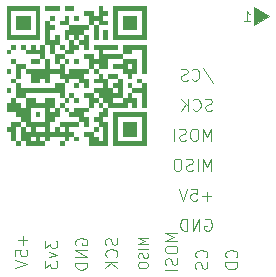
<source format=gbo>
G04 #@! TF.GenerationSoftware,KiCad,Pcbnew,8.0.4*
G04 #@! TF.CreationDate,2024-08-09T15:13:23+02:00*
G04 #@! TF.ProjectId,acorn-userport-microsd-adapter,61636f72-6e2d-4757-9365-72706f72742d,rev?*
G04 #@! TF.SameCoordinates,Original*
G04 #@! TF.FileFunction,Legend,Bot*
G04 #@! TF.FilePolarity,Positive*
%FSLAX46Y46*%
G04 Gerber Fmt 4.6, Leading zero omitted, Abs format (unit mm)*
G04 Created by KiCad (PCBNEW 8.0.4) date 2024-08-09 15:13:23*
%MOMM*%
%LPD*%
G01*
G04 APERTURE LIST*
%ADD10C,0.100000*%
%ADD11C,0.000000*%
%ADD12R,1.700000X1.700000*%
%ADD13O,1.700000X1.700000*%
G04 APERTURE END LIST*
D10*
X147828000Y-50800000D02*
X146558000Y-51562000D01*
X146558000Y-50038000D01*
X147828000Y-50800000D01*
G36*
X147828000Y-50800000D02*
G01*
X146558000Y-51562000D01*
X146558000Y-50038000D01*
X147828000Y-50800000D01*
G37*
X145755687Y-51204895D02*
X146212830Y-51204895D01*
X145984258Y-51204895D02*
X145984258Y-50404895D01*
X145984258Y-50404895D02*
X146060449Y-50519180D01*
X146060449Y-50519180D02*
X146136639Y-50595371D01*
X146136639Y-50595371D02*
X146212830Y-50633466D01*
X142428306Y-68008038D02*
X142523544Y-67960419D01*
X142523544Y-67960419D02*
X142666401Y-67960419D01*
X142666401Y-67960419D02*
X142809258Y-68008038D01*
X142809258Y-68008038D02*
X142904496Y-68103276D01*
X142904496Y-68103276D02*
X142952115Y-68198514D01*
X142952115Y-68198514D02*
X142999734Y-68388990D01*
X142999734Y-68388990D02*
X142999734Y-68531847D01*
X142999734Y-68531847D02*
X142952115Y-68722323D01*
X142952115Y-68722323D02*
X142904496Y-68817561D01*
X142904496Y-68817561D02*
X142809258Y-68912800D01*
X142809258Y-68912800D02*
X142666401Y-68960419D01*
X142666401Y-68960419D02*
X142571163Y-68960419D01*
X142571163Y-68960419D02*
X142428306Y-68912800D01*
X142428306Y-68912800D02*
X142380687Y-68865180D01*
X142380687Y-68865180D02*
X142380687Y-68531847D01*
X142380687Y-68531847D02*
X142571163Y-68531847D01*
X141952115Y-68960419D02*
X141952115Y-67960419D01*
X141952115Y-67960419D02*
X141380687Y-68960419D01*
X141380687Y-68960419D02*
X141380687Y-67960419D01*
X140904496Y-68960419D02*
X140904496Y-67960419D01*
X140904496Y-67960419D02*
X140666401Y-67960419D01*
X140666401Y-67960419D02*
X140523544Y-68008038D01*
X140523544Y-68008038D02*
X140428306Y-68103276D01*
X140428306Y-68103276D02*
X140380687Y-68198514D01*
X140380687Y-68198514D02*
X140333068Y-68388990D01*
X140333068Y-68388990D02*
X140333068Y-68531847D01*
X140333068Y-68531847D02*
X140380687Y-68722323D01*
X140380687Y-68722323D02*
X140428306Y-68817561D01*
X140428306Y-68817561D02*
X140523544Y-68912800D01*
X140523544Y-68912800D02*
X140666401Y-68960419D01*
X140666401Y-68960419D02*
X140904496Y-68960419D01*
X142952115Y-66039466D02*
X142190211Y-66039466D01*
X142571163Y-66420419D02*
X142571163Y-65658514D01*
X141237830Y-65420419D02*
X141714020Y-65420419D01*
X141714020Y-65420419D02*
X141761639Y-65896609D01*
X141761639Y-65896609D02*
X141714020Y-65848990D01*
X141714020Y-65848990D02*
X141618782Y-65801371D01*
X141618782Y-65801371D02*
X141380687Y-65801371D01*
X141380687Y-65801371D02*
X141285449Y-65848990D01*
X141285449Y-65848990D02*
X141237830Y-65896609D01*
X141237830Y-65896609D02*
X141190211Y-65991847D01*
X141190211Y-65991847D02*
X141190211Y-66229942D01*
X141190211Y-66229942D02*
X141237830Y-66325180D01*
X141237830Y-66325180D02*
X141285449Y-66372800D01*
X141285449Y-66372800D02*
X141380687Y-66420419D01*
X141380687Y-66420419D02*
X141618782Y-66420419D01*
X141618782Y-66420419D02*
X141714020Y-66372800D01*
X141714020Y-66372800D02*
X141761639Y-66325180D01*
X140904496Y-65420419D02*
X140571163Y-66420419D01*
X140571163Y-66420419D02*
X140237830Y-65420419D01*
X142952115Y-63880419D02*
X142952115Y-62880419D01*
X142952115Y-62880419D02*
X142618782Y-63594704D01*
X142618782Y-63594704D02*
X142285449Y-62880419D01*
X142285449Y-62880419D02*
X142285449Y-63880419D01*
X141809258Y-63880419D02*
X141809258Y-62880419D01*
X141380687Y-63832800D02*
X141237830Y-63880419D01*
X141237830Y-63880419D02*
X140999735Y-63880419D01*
X140999735Y-63880419D02*
X140904497Y-63832800D01*
X140904497Y-63832800D02*
X140856878Y-63785180D01*
X140856878Y-63785180D02*
X140809259Y-63689942D01*
X140809259Y-63689942D02*
X140809259Y-63594704D01*
X140809259Y-63594704D02*
X140856878Y-63499466D01*
X140856878Y-63499466D02*
X140904497Y-63451847D01*
X140904497Y-63451847D02*
X140999735Y-63404228D01*
X140999735Y-63404228D02*
X141190211Y-63356609D01*
X141190211Y-63356609D02*
X141285449Y-63308990D01*
X141285449Y-63308990D02*
X141333068Y-63261371D01*
X141333068Y-63261371D02*
X141380687Y-63166133D01*
X141380687Y-63166133D02*
X141380687Y-63070895D01*
X141380687Y-63070895D02*
X141333068Y-62975657D01*
X141333068Y-62975657D02*
X141285449Y-62928038D01*
X141285449Y-62928038D02*
X141190211Y-62880419D01*
X141190211Y-62880419D02*
X140952116Y-62880419D01*
X140952116Y-62880419D02*
X140809259Y-62928038D01*
X140190211Y-62880419D02*
X139999735Y-62880419D01*
X139999735Y-62880419D02*
X139904497Y-62928038D01*
X139904497Y-62928038D02*
X139809259Y-63023276D01*
X139809259Y-63023276D02*
X139761640Y-63213752D01*
X139761640Y-63213752D02*
X139761640Y-63547085D01*
X139761640Y-63547085D02*
X139809259Y-63737561D01*
X139809259Y-63737561D02*
X139904497Y-63832800D01*
X139904497Y-63832800D02*
X139999735Y-63880419D01*
X139999735Y-63880419D02*
X140190211Y-63880419D01*
X140190211Y-63880419D02*
X140285449Y-63832800D01*
X140285449Y-63832800D02*
X140380687Y-63737561D01*
X140380687Y-63737561D02*
X140428306Y-63547085D01*
X140428306Y-63547085D02*
X140428306Y-63213752D01*
X140428306Y-63213752D02*
X140380687Y-63023276D01*
X140380687Y-63023276D02*
X140285449Y-62928038D01*
X140285449Y-62928038D02*
X140190211Y-62880419D01*
X142952115Y-61340419D02*
X142952115Y-60340419D01*
X142952115Y-60340419D02*
X142618782Y-61054704D01*
X142618782Y-61054704D02*
X142285449Y-60340419D01*
X142285449Y-60340419D02*
X142285449Y-61340419D01*
X141618782Y-60340419D02*
X141428306Y-60340419D01*
X141428306Y-60340419D02*
X141333068Y-60388038D01*
X141333068Y-60388038D02*
X141237830Y-60483276D01*
X141237830Y-60483276D02*
X141190211Y-60673752D01*
X141190211Y-60673752D02*
X141190211Y-61007085D01*
X141190211Y-61007085D02*
X141237830Y-61197561D01*
X141237830Y-61197561D02*
X141333068Y-61292800D01*
X141333068Y-61292800D02*
X141428306Y-61340419D01*
X141428306Y-61340419D02*
X141618782Y-61340419D01*
X141618782Y-61340419D02*
X141714020Y-61292800D01*
X141714020Y-61292800D02*
X141809258Y-61197561D01*
X141809258Y-61197561D02*
X141856877Y-61007085D01*
X141856877Y-61007085D02*
X141856877Y-60673752D01*
X141856877Y-60673752D02*
X141809258Y-60483276D01*
X141809258Y-60483276D02*
X141714020Y-60388038D01*
X141714020Y-60388038D02*
X141618782Y-60340419D01*
X140809258Y-61292800D02*
X140666401Y-61340419D01*
X140666401Y-61340419D02*
X140428306Y-61340419D01*
X140428306Y-61340419D02*
X140333068Y-61292800D01*
X140333068Y-61292800D02*
X140285449Y-61245180D01*
X140285449Y-61245180D02*
X140237830Y-61149942D01*
X140237830Y-61149942D02*
X140237830Y-61054704D01*
X140237830Y-61054704D02*
X140285449Y-60959466D01*
X140285449Y-60959466D02*
X140333068Y-60911847D01*
X140333068Y-60911847D02*
X140428306Y-60864228D01*
X140428306Y-60864228D02*
X140618782Y-60816609D01*
X140618782Y-60816609D02*
X140714020Y-60768990D01*
X140714020Y-60768990D02*
X140761639Y-60721371D01*
X140761639Y-60721371D02*
X140809258Y-60626133D01*
X140809258Y-60626133D02*
X140809258Y-60530895D01*
X140809258Y-60530895D02*
X140761639Y-60435657D01*
X140761639Y-60435657D02*
X140714020Y-60388038D01*
X140714020Y-60388038D02*
X140618782Y-60340419D01*
X140618782Y-60340419D02*
X140380687Y-60340419D01*
X140380687Y-60340419D02*
X140237830Y-60388038D01*
X139809258Y-61340419D02*
X139809258Y-60340419D01*
X142999734Y-58752800D02*
X142856877Y-58800419D01*
X142856877Y-58800419D02*
X142618782Y-58800419D01*
X142618782Y-58800419D02*
X142523544Y-58752800D01*
X142523544Y-58752800D02*
X142475925Y-58705180D01*
X142475925Y-58705180D02*
X142428306Y-58609942D01*
X142428306Y-58609942D02*
X142428306Y-58514704D01*
X142428306Y-58514704D02*
X142475925Y-58419466D01*
X142475925Y-58419466D02*
X142523544Y-58371847D01*
X142523544Y-58371847D02*
X142618782Y-58324228D01*
X142618782Y-58324228D02*
X142809258Y-58276609D01*
X142809258Y-58276609D02*
X142904496Y-58228990D01*
X142904496Y-58228990D02*
X142952115Y-58181371D01*
X142952115Y-58181371D02*
X142999734Y-58086133D01*
X142999734Y-58086133D02*
X142999734Y-57990895D01*
X142999734Y-57990895D02*
X142952115Y-57895657D01*
X142952115Y-57895657D02*
X142904496Y-57848038D01*
X142904496Y-57848038D02*
X142809258Y-57800419D01*
X142809258Y-57800419D02*
X142571163Y-57800419D01*
X142571163Y-57800419D02*
X142428306Y-57848038D01*
X141428306Y-58705180D02*
X141475925Y-58752800D01*
X141475925Y-58752800D02*
X141618782Y-58800419D01*
X141618782Y-58800419D02*
X141714020Y-58800419D01*
X141714020Y-58800419D02*
X141856877Y-58752800D01*
X141856877Y-58752800D02*
X141952115Y-58657561D01*
X141952115Y-58657561D02*
X141999734Y-58562323D01*
X141999734Y-58562323D02*
X142047353Y-58371847D01*
X142047353Y-58371847D02*
X142047353Y-58228990D01*
X142047353Y-58228990D02*
X141999734Y-58038514D01*
X141999734Y-58038514D02*
X141952115Y-57943276D01*
X141952115Y-57943276D02*
X141856877Y-57848038D01*
X141856877Y-57848038D02*
X141714020Y-57800419D01*
X141714020Y-57800419D02*
X141618782Y-57800419D01*
X141618782Y-57800419D02*
X141475925Y-57848038D01*
X141475925Y-57848038D02*
X141428306Y-57895657D01*
X140999734Y-58800419D02*
X140999734Y-57800419D01*
X140428306Y-58800419D02*
X140856877Y-58228990D01*
X140428306Y-57800419D02*
X140999734Y-58371847D01*
X142237830Y-55212800D02*
X143094972Y-56498514D01*
X141333068Y-56165180D02*
X141380687Y-56212800D01*
X141380687Y-56212800D02*
X141523544Y-56260419D01*
X141523544Y-56260419D02*
X141618782Y-56260419D01*
X141618782Y-56260419D02*
X141761639Y-56212800D01*
X141761639Y-56212800D02*
X141856877Y-56117561D01*
X141856877Y-56117561D02*
X141904496Y-56022323D01*
X141904496Y-56022323D02*
X141952115Y-55831847D01*
X141952115Y-55831847D02*
X141952115Y-55688990D01*
X141952115Y-55688990D02*
X141904496Y-55498514D01*
X141904496Y-55498514D02*
X141856877Y-55403276D01*
X141856877Y-55403276D02*
X141761639Y-55308038D01*
X141761639Y-55308038D02*
X141618782Y-55260419D01*
X141618782Y-55260419D02*
X141523544Y-55260419D01*
X141523544Y-55260419D02*
X141380687Y-55308038D01*
X141380687Y-55308038D02*
X141333068Y-55355657D01*
X140952115Y-56212800D02*
X140809258Y-56260419D01*
X140809258Y-56260419D02*
X140571163Y-56260419D01*
X140571163Y-56260419D02*
X140475925Y-56212800D01*
X140475925Y-56212800D02*
X140428306Y-56165180D01*
X140428306Y-56165180D02*
X140380687Y-56069942D01*
X140380687Y-56069942D02*
X140380687Y-55974704D01*
X140380687Y-55974704D02*
X140428306Y-55879466D01*
X140428306Y-55879466D02*
X140475925Y-55831847D01*
X140475925Y-55831847D02*
X140571163Y-55784228D01*
X140571163Y-55784228D02*
X140761639Y-55736609D01*
X140761639Y-55736609D02*
X140856877Y-55688990D01*
X140856877Y-55688990D02*
X140904496Y-55641371D01*
X140904496Y-55641371D02*
X140952115Y-55546133D01*
X140952115Y-55546133D02*
X140952115Y-55450895D01*
X140952115Y-55450895D02*
X140904496Y-55355657D01*
X140904496Y-55355657D02*
X140856877Y-55308038D01*
X140856877Y-55308038D02*
X140761639Y-55260419D01*
X140761639Y-55260419D02*
X140523544Y-55260419D01*
X140523544Y-55260419D02*
X140380687Y-55308038D01*
X145065180Y-71233312D02*
X145112800Y-71185693D01*
X145112800Y-71185693D02*
X145160419Y-71042836D01*
X145160419Y-71042836D02*
X145160419Y-70947598D01*
X145160419Y-70947598D02*
X145112800Y-70804741D01*
X145112800Y-70804741D02*
X145017561Y-70709503D01*
X145017561Y-70709503D02*
X144922323Y-70661884D01*
X144922323Y-70661884D02*
X144731847Y-70614265D01*
X144731847Y-70614265D02*
X144588990Y-70614265D01*
X144588990Y-70614265D02*
X144398514Y-70661884D01*
X144398514Y-70661884D02*
X144303276Y-70709503D01*
X144303276Y-70709503D02*
X144208038Y-70804741D01*
X144208038Y-70804741D02*
X144160419Y-70947598D01*
X144160419Y-70947598D02*
X144160419Y-71042836D01*
X144160419Y-71042836D02*
X144208038Y-71185693D01*
X144208038Y-71185693D02*
X144255657Y-71233312D01*
X145160419Y-71661884D02*
X144160419Y-71661884D01*
X144160419Y-71661884D02*
X144160419Y-71899979D01*
X144160419Y-71899979D02*
X144208038Y-72042836D01*
X144208038Y-72042836D02*
X144303276Y-72138074D01*
X144303276Y-72138074D02*
X144398514Y-72185693D01*
X144398514Y-72185693D02*
X144588990Y-72233312D01*
X144588990Y-72233312D02*
X144731847Y-72233312D01*
X144731847Y-72233312D02*
X144922323Y-72185693D01*
X144922323Y-72185693D02*
X145017561Y-72138074D01*
X145017561Y-72138074D02*
X145112800Y-72042836D01*
X145112800Y-72042836D02*
X145160419Y-71899979D01*
X145160419Y-71899979D02*
X145160419Y-71661884D01*
X142525180Y-71233312D02*
X142572800Y-71185693D01*
X142572800Y-71185693D02*
X142620419Y-71042836D01*
X142620419Y-71042836D02*
X142620419Y-70947598D01*
X142620419Y-70947598D02*
X142572800Y-70804741D01*
X142572800Y-70804741D02*
X142477561Y-70709503D01*
X142477561Y-70709503D02*
X142382323Y-70661884D01*
X142382323Y-70661884D02*
X142191847Y-70614265D01*
X142191847Y-70614265D02*
X142048990Y-70614265D01*
X142048990Y-70614265D02*
X141858514Y-70661884D01*
X141858514Y-70661884D02*
X141763276Y-70709503D01*
X141763276Y-70709503D02*
X141668038Y-70804741D01*
X141668038Y-70804741D02*
X141620419Y-70947598D01*
X141620419Y-70947598D02*
X141620419Y-71042836D01*
X141620419Y-71042836D02*
X141668038Y-71185693D01*
X141668038Y-71185693D02*
X141715657Y-71233312D01*
X142572800Y-71614265D02*
X142620419Y-71757122D01*
X142620419Y-71757122D02*
X142620419Y-71995217D01*
X142620419Y-71995217D02*
X142572800Y-72090455D01*
X142572800Y-72090455D02*
X142525180Y-72138074D01*
X142525180Y-72138074D02*
X142429942Y-72185693D01*
X142429942Y-72185693D02*
X142334704Y-72185693D01*
X142334704Y-72185693D02*
X142239466Y-72138074D01*
X142239466Y-72138074D02*
X142191847Y-72090455D01*
X142191847Y-72090455D02*
X142144228Y-71995217D01*
X142144228Y-71995217D02*
X142096609Y-71804741D01*
X142096609Y-71804741D02*
X142048990Y-71709503D01*
X142048990Y-71709503D02*
X142001371Y-71661884D01*
X142001371Y-71661884D02*
X141906133Y-71614265D01*
X141906133Y-71614265D02*
X141810895Y-71614265D01*
X141810895Y-71614265D02*
X141715657Y-71661884D01*
X141715657Y-71661884D02*
X141668038Y-71709503D01*
X141668038Y-71709503D02*
X141620419Y-71804741D01*
X141620419Y-71804741D02*
X141620419Y-72042836D01*
X141620419Y-72042836D02*
X141668038Y-72185693D01*
X140080419Y-69137884D02*
X139080419Y-69137884D01*
X139080419Y-69137884D02*
X139794704Y-69471217D01*
X139794704Y-69471217D02*
X139080419Y-69804550D01*
X139080419Y-69804550D02*
X140080419Y-69804550D01*
X139080419Y-70471217D02*
X139080419Y-70661693D01*
X139080419Y-70661693D02*
X139128038Y-70756931D01*
X139128038Y-70756931D02*
X139223276Y-70852169D01*
X139223276Y-70852169D02*
X139413752Y-70899788D01*
X139413752Y-70899788D02*
X139747085Y-70899788D01*
X139747085Y-70899788D02*
X139937561Y-70852169D01*
X139937561Y-70852169D02*
X140032800Y-70756931D01*
X140032800Y-70756931D02*
X140080419Y-70661693D01*
X140080419Y-70661693D02*
X140080419Y-70471217D01*
X140080419Y-70471217D02*
X140032800Y-70375979D01*
X140032800Y-70375979D02*
X139937561Y-70280741D01*
X139937561Y-70280741D02*
X139747085Y-70233122D01*
X139747085Y-70233122D02*
X139413752Y-70233122D01*
X139413752Y-70233122D02*
X139223276Y-70280741D01*
X139223276Y-70280741D02*
X139128038Y-70375979D01*
X139128038Y-70375979D02*
X139080419Y-70471217D01*
X140032800Y-71280741D02*
X140080419Y-71423598D01*
X140080419Y-71423598D02*
X140080419Y-71661693D01*
X140080419Y-71661693D02*
X140032800Y-71756931D01*
X140032800Y-71756931D02*
X139985180Y-71804550D01*
X139985180Y-71804550D02*
X139889942Y-71852169D01*
X139889942Y-71852169D02*
X139794704Y-71852169D01*
X139794704Y-71852169D02*
X139699466Y-71804550D01*
X139699466Y-71804550D02*
X139651847Y-71756931D01*
X139651847Y-71756931D02*
X139604228Y-71661693D01*
X139604228Y-71661693D02*
X139556609Y-71471217D01*
X139556609Y-71471217D02*
X139508990Y-71375979D01*
X139508990Y-71375979D02*
X139461371Y-71328360D01*
X139461371Y-71328360D02*
X139366133Y-71280741D01*
X139366133Y-71280741D02*
X139270895Y-71280741D01*
X139270895Y-71280741D02*
X139175657Y-71328360D01*
X139175657Y-71328360D02*
X139128038Y-71375979D01*
X139128038Y-71375979D02*
X139080419Y-71471217D01*
X139080419Y-71471217D02*
X139080419Y-71709312D01*
X139080419Y-71709312D02*
X139128038Y-71852169D01*
X140080419Y-72280741D02*
X139080419Y-72280741D01*
X134952800Y-69598265D02*
X135000419Y-69741122D01*
X135000419Y-69741122D02*
X135000419Y-69979217D01*
X135000419Y-69979217D02*
X134952800Y-70074455D01*
X134952800Y-70074455D02*
X134905180Y-70122074D01*
X134905180Y-70122074D02*
X134809942Y-70169693D01*
X134809942Y-70169693D02*
X134714704Y-70169693D01*
X134714704Y-70169693D02*
X134619466Y-70122074D01*
X134619466Y-70122074D02*
X134571847Y-70074455D01*
X134571847Y-70074455D02*
X134524228Y-69979217D01*
X134524228Y-69979217D02*
X134476609Y-69788741D01*
X134476609Y-69788741D02*
X134428990Y-69693503D01*
X134428990Y-69693503D02*
X134381371Y-69645884D01*
X134381371Y-69645884D02*
X134286133Y-69598265D01*
X134286133Y-69598265D02*
X134190895Y-69598265D01*
X134190895Y-69598265D02*
X134095657Y-69645884D01*
X134095657Y-69645884D02*
X134048038Y-69693503D01*
X134048038Y-69693503D02*
X134000419Y-69788741D01*
X134000419Y-69788741D02*
X134000419Y-70026836D01*
X134000419Y-70026836D02*
X134048038Y-70169693D01*
X134905180Y-71169693D02*
X134952800Y-71122074D01*
X134952800Y-71122074D02*
X135000419Y-70979217D01*
X135000419Y-70979217D02*
X135000419Y-70883979D01*
X135000419Y-70883979D02*
X134952800Y-70741122D01*
X134952800Y-70741122D02*
X134857561Y-70645884D01*
X134857561Y-70645884D02*
X134762323Y-70598265D01*
X134762323Y-70598265D02*
X134571847Y-70550646D01*
X134571847Y-70550646D02*
X134428990Y-70550646D01*
X134428990Y-70550646D02*
X134238514Y-70598265D01*
X134238514Y-70598265D02*
X134143276Y-70645884D01*
X134143276Y-70645884D02*
X134048038Y-70741122D01*
X134048038Y-70741122D02*
X134000419Y-70883979D01*
X134000419Y-70883979D02*
X134000419Y-70979217D01*
X134000419Y-70979217D02*
X134048038Y-71122074D01*
X134048038Y-71122074D02*
X134095657Y-71169693D01*
X135000419Y-71598265D02*
X134000419Y-71598265D01*
X135000419Y-72169693D02*
X134428990Y-71741122D01*
X134000419Y-72169693D02*
X134571847Y-71598265D01*
X131508038Y-70169693D02*
X131460419Y-70074455D01*
X131460419Y-70074455D02*
X131460419Y-69931598D01*
X131460419Y-69931598D02*
X131508038Y-69788741D01*
X131508038Y-69788741D02*
X131603276Y-69693503D01*
X131603276Y-69693503D02*
X131698514Y-69645884D01*
X131698514Y-69645884D02*
X131888990Y-69598265D01*
X131888990Y-69598265D02*
X132031847Y-69598265D01*
X132031847Y-69598265D02*
X132222323Y-69645884D01*
X132222323Y-69645884D02*
X132317561Y-69693503D01*
X132317561Y-69693503D02*
X132412800Y-69788741D01*
X132412800Y-69788741D02*
X132460419Y-69931598D01*
X132460419Y-69931598D02*
X132460419Y-70026836D01*
X132460419Y-70026836D02*
X132412800Y-70169693D01*
X132412800Y-70169693D02*
X132365180Y-70217312D01*
X132365180Y-70217312D02*
X132031847Y-70217312D01*
X132031847Y-70217312D02*
X132031847Y-70026836D01*
X132460419Y-70645884D02*
X131460419Y-70645884D01*
X131460419Y-70645884D02*
X132460419Y-71217312D01*
X132460419Y-71217312D02*
X131460419Y-71217312D01*
X132460419Y-71693503D02*
X131460419Y-71693503D01*
X131460419Y-71693503D02*
X131460419Y-71931598D01*
X131460419Y-71931598D02*
X131508038Y-72074455D01*
X131508038Y-72074455D02*
X131603276Y-72169693D01*
X131603276Y-72169693D02*
X131698514Y-72217312D01*
X131698514Y-72217312D02*
X131888990Y-72264931D01*
X131888990Y-72264931D02*
X132031847Y-72264931D01*
X132031847Y-72264931D02*
X132222323Y-72217312D01*
X132222323Y-72217312D02*
X132317561Y-72169693D01*
X132317561Y-72169693D02*
X132412800Y-72074455D01*
X132412800Y-72074455D02*
X132460419Y-71931598D01*
X132460419Y-71931598D02*
X132460419Y-71693503D01*
X128920419Y-69804646D02*
X128920419Y-70423693D01*
X128920419Y-70423693D02*
X129301371Y-70090360D01*
X129301371Y-70090360D02*
X129301371Y-70233217D01*
X129301371Y-70233217D02*
X129348990Y-70328455D01*
X129348990Y-70328455D02*
X129396609Y-70376074D01*
X129396609Y-70376074D02*
X129491847Y-70423693D01*
X129491847Y-70423693D02*
X129729942Y-70423693D01*
X129729942Y-70423693D02*
X129825180Y-70376074D01*
X129825180Y-70376074D02*
X129872800Y-70328455D01*
X129872800Y-70328455D02*
X129920419Y-70233217D01*
X129920419Y-70233217D02*
X129920419Y-69947503D01*
X129920419Y-69947503D02*
X129872800Y-69852265D01*
X129872800Y-69852265D02*
X129825180Y-69804646D01*
X129253752Y-70757027D02*
X129920419Y-70995122D01*
X129920419Y-70995122D02*
X129253752Y-71233217D01*
X128920419Y-71518932D02*
X128920419Y-72137979D01*
X128920419Y-72137979D02*
X129301371Y-71804646D01*
X129301371Y-71804646D02*
X129301371Y-71947503D01*
X129301371Y-71947503D02*
X129348990Y-72042741D01*
X129348990Y-72042741D02*
X129396609Y-72090360D01*
X129396609Y-72090360D02*
X129491847Y-72137979D01*
X129491847Y-72137979D02*
X129729942Y-72137979D01*
X129729942Y-72137979D02*
X129825180Y-72090360D01*
X129825180Y-72090360D02*
X129872800Y-72042741D01*
X129872800Y-72042741D02*
X129920419Y-71947503D01*
X129920419Y-71947503D02*
X129920419Y-71661789D01*
X129920419Y-71661789D02*
X129872800Y-71566551D01*
X129872800Y-71566551D02*
X129825180Y-71518932D01*
X126999466Y-69391884D02*
X126999466Y-70153789D01*
X127380419Y-69772836D02*
X126618514Y-69772836D01*
X126380419Y-71106169D02*
X126380419Y-70629979D01*
X126380419Y-70629979D02*
X126856609Y-70582360D01*
X126856609Y-70582360D02*
X126808990Y-70629979D01*
X126808990Y-70629979D02*
X126761371Y-70725217D01*
X126761371Y-70725217D02*
X126761371Y-70963312D01*
X126761371Y-70963312D02*
X126808990Y-71058550D01*
X126808990Y-71058550D02*
X126856609Y-71106169D01*
X126856609Y-71106169D02*
X126951847Y-71153788D01*
X126951847Y-71153788D02*
X127189942Y-71153788D01*
X127189942Y-71153788D02*
X127285180Y-71106169D01*
X127285180Y-71106169D02*
X127332800Y-71058550D01*
X127332800Y-71058550D02*
X127380419Y-70963312D01*
X127380419Y-70963312D02*
X127380419Y-70725217D01*
X127380419Y-70725217D02*
X127332800Y-70629979D01*
X127332800Y-70629979D02*
X127285180Y-70582360D01*
X126380419Y-71439503D02*
X127380419Y-71772836D01*
X127380419Y-71772836D02*
X126380419Y-72106169D01*
X137564895Y-69598265D02*
X136764895Y-69598265D01*
X136764895Y-69598265D02*
X137336323Y-69864931D01*
X137336323Y-69864931D02*
X136764895Y-70131598D01*
X136764895Y-70131598D02*
X137564895Y-70131598D01*
X137564895Y-70512551D02*
X136764895Y-70512551D01*
X137526800Y-70855407D02*
X137564895Y-70969693D01*
X137564895Y-70969693D02*
X137564895Y-71160169D01*
X137564895Y-71160169D02*
X137526800Y-71236360D01*
X137526800Y-71236360D02*
X137488704Y-71274455D01*
X137488704Y-71274455D02*
X137412514Y-71312550D01*
X137412514Y-71312550D02*
X137336323Y-71312550D01*
X137336323Y-71312550D02*
X137260133Y-71274455D01*
X137260133Y-71274455D02*
X137222038Y-71236360D01*
X137222038Y-71236360D02*
X137183942Y-71160169D01*
X137183942Y-71160169D02*
X137145847Y-71007788D01*
X137145847Y-71007788D02*
X137107752Y-70931598D01*
X137107752Y-70931598D02*
X137069657Y-70893503D01*
X137069657Y-70893503D02*
X136993466Y-70855407D01*
X136993466Y-70855407D02*
X136917276Y-70855407D01*
X136917276Y-70855407D02*
X136841085Y-70893503D01*
X136841085Y-70893503D02*
X136802990Y-70931598D01*
X136802990Y-70931598D02*
X136764895Y-71007788D01*
X136764895Y-71007788D02*
X136764895Y-71198265D01*
X136764895Y-71198265D02*
X136802990Y-71312550D01*
X136764895Y-71807789D02*
X136764895Y-71960170D01*
X136764895Y-71960170D02*
X136802990Y-72036360D01*
X136802990Y-72036360D02*
X136879180Y-72112551D01*
X136879180Y-72112551D02*
X137031561Y-72150646D01*
X137031561Y-72150646D02*
X137298228Y-72150646D01*
X137298228Y-72150646D02*
X137450609Y-72112551D01*
X137450609Y-72112551D02*
X137526800Y-72036360D01*
X137526800Y-72036360D02*
X137564895Y-71960170D01*
X137564895Y-71960170D02*
X137564895Y-71807789D01*
X137564895Y-71807789D02*
X137526800Y-71731598D01*
X137526800Y-71731598D02*
X137450609Y-71655408D01*
X137450609Y-71655408D02*
X137298228Y-71617312D01*
X137298228Y-71617312D02*
X137031561Y-71617312D01*
X137031561Y-71617312D02*
X136879180Y-71655408D01*
X136879180Y-71655408D02*
X136802990Y-71731598D01*
X136802990Y-71731598D02*
X136764895Y-71807789D01*
D11*
G36*
X126035147Y-53837820D02*
G01*
X126035147Y-54042659D01*
X125830309Y-54042659D01*
X125625470Y-54042659D01*
X125625470Y-53837820D01*
X125625470Y-53632982D01*
X125830309Y-53632982D01*
X126035147Y-53632982D01*
X126035147Y-53837820D01*
G37*
G36*
X126035147Y-55476530D02*
G01*
X126035147Y-55681369D01*
X125830309Y-55681369D01*
X125625470Y-55681369D01*
X125625470Y-55476530D01*
X125625470Y-55271691D01*
X125830309Y-55271691D01*
X126035147Y-55271691D01*
X126035147Y-55476530D01*
G37*
G36*
X126035147Y-57115240D02*
G01*
X126035147Y-57320078D01*
X125830309Y-57320078D01*
X125625470Y-57320078D01*
X125625470Y-57115240D01*
X125625470Y-56910401D01*
X125830309Y-56910401D01*
X126035147Y-56910401D01*
X126035147Y-57115240D01*
G37*
G36*
X126444825Y-53428143D02*
G01*
X126444825Y-53632982D01*
X126239986Y-53632982D01*
X126035147Y-53632982D01*
X126035147Y-53428143D01*
X126035147Y-53223304D01*
X126239986Y-53223304D01*
X126444825Y-53223304D01*
X126444825Y-53428143D01*
G37*
G36*
X127673857Y-51379756D02*
G01*
X127673857Y-51994272D01*
X127059341Y-51994272D01*
X126444825Y-51994272D01*
X126444825Y-51379756D01*
X126444825Y-50765240D01*
X127059341Y-50765240D01*
X127673857Y-50765240D01*
X127673857Y-51379756D01*
G37*
G36*
X128493212Y-54657175D02*
G01*
X128493212Y-54862014D01*
X128083534Y-54862014D01*
X127673857Y-54862014D01*
X127673857Y-54657175D01*
X127673857Y-54452337D01*
X128083534Y-54452337D01*
X128493212Y-54452337D01*
X128493212Y-54657175D01*
G37*
G36*
X128493212Y-59163627D02*
G01*
X128493212Y-59368466D01*
X128288373Y-59368466D01*
X128083534Y-59368466D01*
X128083534Y-59163627D01*
X128083534Y-58958788D01*
X128288373Y-58958788D01*
X128493212Y-58958788D01*
X128493212Y-59163627D01*
G37*
G36*
X130131922Y-50150724D02*
G01*
X130131922Y-50355562D01*
X129517405Y-50355562D01*
X128902889Y-50355562D01*
X128902889Y-50150724D01*
X128902889Y-49945885D01*
X129517405Y-49945885D01*
X130131922Y-49945885D01*
X130131922Y-50150724D01*
G37*
G36*
X129722244Y-50970078D02*
G01*
X129722244Y-51174917D01*
X129517405Y-51174917D01*
X129312567Y-51174917D01*
X129312567Y-50970078D01*
X129312567Y-50765240D01*
X129517405Y-50765240D01*
X129722244Y-50765240D01*
X129722244Y-50970078D01*
G37*
G36*
X130541599Y-61621691D02*
G01*
X130541599Y-61826530D01*
X130336760Y-61826530D01*
X130131922Y-61826530D01*
X130131922Y-61621691D01*
X130131922Y-61416853D01*
X130336760Y-61416853D01*
X130541599Y-61416853D01*
X130541599Y-61621691D01*
G37*
G36*
X131360954Y-50150724D02*
G01*
X131360954Y-50355562D01*
X130951276Y-50355562D01*
X130541599Y-50355562D01*
X130541599Y-50150724D01*
X130541599Y-49945885D01*
X130951276Y-49945885D01*
X131360954Y-49945885D01*
X131360954Y-50150724D01*
G37*
G36*
X130951276Y-57934595D02*
G01*
X130951276Y-58139433D01*
X130746438Y-58139433D01*
X130541599Y-58139433D01*
X130541599Y-57934595D01*
X130541599Y-57729756D01*
X130746438Y-57729756D01*
X130951276Y-57729756D01*
X130951276Y-57934595D01*
G37*
G36*
X131770631Y-50970078D02*
G01*
X131770631Y-51174917D01*
X131565792Y-51174917D01*
X131360954Y-51174917D01*
X131360954Y-50970078D01*
X131360954Y-50765240D01*
X131565792Y-50765240D01*
X131770631Y-50765240D01*
X131770631Y-50970078D01*
G37*
G36*
X131770631Y-54657175D02*
G01*
X131770631Y-54862014D01*
X131565792Y-54862014D01*
X131360954Y-54862014D01*
X131360954Y-54657175D01*
X131360954Y-54452337D01*
X131565792Y-54452337D01*
X131770631Y-54452337D01*
X131770631Y-54657175D01*
G37*
G36*
X131770631Y-56705562D02*
G01*
X131770631Y-56910401D01*
X131565792Y-56910401D01*
X131360954Y-56910401D01*
X131360954Y-56705562D01*
X131360954Y-56500724D01*
X131565792Y-56500724D01*
X131770631Y-56500724D01*
X131770631Y-56705562D01*
G37*
G36*
X133409341Y-60392659D02*
G01*
X133409341Y-60597498D01*
X133204502Y-60597498D01*
X132999663Y-60597498D01*
X132999663Y-60392659D01*
X132999663Y-60187820D01*
X133204502Y-60187820D01*
X133409341Y-60187820D01*
X133409341Y-60392659D01*
G37*
G36*
X134228696Y-52403949D02*
G01*
X134228696Y-52813627D01*
X134023857Y-52813627D01*
X133819018Y-52813627D01*
X133819018Y-52403949D01*
X133819018Y-51994272D01*
X134023857Y-51994272D01*
X134228696Y-51994272D01*
X134228696Y-52403949D01*
G37*
G36*
X136686760Y-51379756D02*
G01*
X136686760Y-51994272D01*
X136072244Y-51994272D01*
X135457728Y-51994272D01*
X135457728Y-51379756D01*
X135457728Y-50765240D01*
X136072244Y-50765240D01*
X136686760Y-50765240D01*
X136686760Y-51379756D01*
G37*
G36*
X136686760Y-60392659D02*
G01*
X136686760Y-61007175D01*
X136072244Y-61007175D01*
X135457728Y-61007175D01*
X135457728Y-60392659D01*
X135457728Y-59778143D01*
X136072244Y-59778143D01*
X136686760Y-59778143D01*
X136686760Y-60392659D01*
G37*
G36*
X130746438Y-58549111D02*
G01*
X130951276Y-58549111D01*
X130951276Y-58753949D01*
X130951276Y-58958788D01*
X130746438Y-58958788D01*
X130541599Y-58958788D01*
X130541599Y-58753949D01*
X130541599Y-58549111D01*
X130746438Y-58549111D01*
G37*
G36*
X130541599Y-58344272D02*
G01*
X130541599Y-58549111D01*
X130336760Y-58549111D01*
X130131922Y-58549111D01*
X130131922Y-58344272D01*
X130131922Y-58139433D01*
X130336760Y-58139433D01*
X130541599Y-58139433D01*
X130541599Y-58344272D01*
G37*
G36*
X131565792Y-57729756D02*
G01*
X131770631Y-57729756D01*
X131770631Y-57934595D01*
X131770631Y-58139433D01*
X131565792Y-58139433D01*
X131360954Y-58139433D01*
X131360954Y-57934595D01*
X131360954Y-57729756D01*
X131565792Y-57729756D01*
G37*
G36*
X131360954Y-57524917D02*
G01*
X131360954Y-57729756D01*
X131156115Y-57729756D01*
X130951276Y-57729756D01*
X130951276Y-57524917D01*
X130951276Y-57320078D01*
X131156115Y-57320078D01*
X131360954Y-57320078D01*
X131360954Y-57524917D01*
G37*
G36*
X128493212Y-52813627D02*
G01*
X127059341Y-52813627D01*
X125625470Y-52813627D01*
X125625470Y-51379756D01*
X125625470Y-50355562D01*
X126035147Y-50355562D01*
X126035147Y-51379756D01*
X126035147Y-52403949D01*
X127059341Y-52403949D01*
X128083534Y-52403949D01*
X128083534Y-51379756D01*
X128083534Y-50355562D01*
X127059341Y-50355562D01*
X126035147Y-50355562D01*
X125625470Y-50355562D01*
X125625470Y-49945885D01*
X127059341Y-49945885D01*
X128493212Y-49945885D01*
X128493212Y-51379756D01*
X128493212Y-52813627D01*
G37*
G36*
X137506115Y-52813627D02*
G01*
X136072244Y-52813627D01*
X134638373Y-52813627D01*
X134638373Y-51379756D01*
X134638373Y-50355562D01*
X135048051Y-50355562D01*
X135048051Y-51379756D01*
X135048051Y-52403949D01*
X136072244Y-52403949D01*
X137096438Y-52403949D01*
X137096438Y-51379756D01*
X137096438Y-50355562D01*
X136072244Y-50355562D01*
X135048051Y-50355562D01*
X134638373Y-50355562D01*
X134638373Y-49945885D01*
X136072244Y-49945885D01*
X137506115Y-49945885D01*
X137506115Y-51379756D01*
X137506115Y-52813627D01*
G37*
G36*
X137506115Y-61826530D02*
G01*
X136072244Y-61826530D01*
X134638373Y-61826530D01*
X134638373Y-60392659D01*
X134638373Y-59368466D01*
X135048051Y-59368466D01*
X135048051Y-60392659D01*
X135048051Y-61416853D01*
X136072244Y-61416853D01*
X137096438Y-61416853D01*
X137096438Y-60392659D01*
X137096438Y-59368466D01*
X136072244Y-59368466D01*
X135048051Y-59368466D01*
X134638373Y-59368466D01*
X134638373Y-58958788D01*
X136072244Y-58958788D01*
X137506115Y-58958788D01*
X137506115Y-60392659D01*
X137506115Y-61826530D01*
G37*
G36*
X130541599Y-54247498D02*
G01*
X130541599Y-54452337D01*
X130336760Y-54452337D01*
X130131922Y-54452337D01*
X130131922Y-54657175D01*
X130131922Y-54862014D01*
X129927083Y-54862014D01*
X129722244Y-54862014D01*
X129722244Y-54452337D01*
X129722244Y-54042659D01*
X130131922Y-54042659D01*
X130541599Y-54042659D01*
X130541599Y-54247498D01*
G37*
G36*
X130746438Y-54452337D02*
G01*
X130951276Y-54452337D01*
X130951276Y-54657175D01*
X130951276Y-54862014D01*
X130746438Y-54862014D01*
X130541599Y-54862014D01*
X130541599Y-54657175D01*
X130541599Y-54452337D01*
X130746438Y-54452337D01*
G37*
G36*
X132589986Y-58753949D02*
G01*
X132589986Y-58958788D01*
X132385147Y-58958788D01*
X132180309Y-58958788D01*
X132180309Y-59163627D01*
X132180309Y-59368466D01*
X132385147Y-59368466D01*
X132589986Y-59368466D01*
X132589986Y-59778143D01*
X132589986Y-60187820D01*
X132385147Y-60187820D01*
X132180309Y-60187820D01*
X132180309Y-59982982D01*
X132180309Y-59778143D01*
X131975470Y-59778143D01*
X131770631Y-59778143D01*
X131770631Y-59573304D01*
X131770631Y-59368466D01*
X131360954Y-59368466D01*
X130951276Y-59368466D01*
X130951276Y-59163627D01*
X130951276Y-58958788D01*
X131156115Y-58958788D01*
X131360954Y-58958788D01*
X131360954Y-58753949D01*
X131360954Y-58549111D01*
X131975470Y-58549111D01*
X132589986Y-58549111D01*
X132589986Y-58753949D01*
G37*
G36*
X136277083Y-56705562D02*
G01*
X136277083Y-56910401D01*
X136686760Y-56910401D01*
X137096438Y-56910401D01*
X137096438Y-56705562D01*
X137096438Y-56500724D01*
X137301276Y-56500724D01*
X137506115Y-56500724D01*
X137506115Y-57524917D01*
X137506115Y-58549111D01*
X137301276Y-58549111D01*
X137096438Y-58549111D01*
X137096438Y-57934595D01*
X137096438Y-57320078D01*
X136686760Y-57320078D01*
X136277083Y-57320078D01*
X136277083Y-57115240D01*
X136277083Y-56910401D01*
X136072244Y-56910401D01*
X135867405Y-56910401D01*
X135867405Y-56705562D01*
X135867405Y-56500724D01*
X136072244Y-56500724D01*
X136277083Y-56500724D01*
X136277083Y-56705562D01*
G37*
G36*
X137096438Y-56295885D02*
G01*
X137096438Y-56500724D01*
X136891599Y-56500724D01*
X136686760Y-56500724D01*
X136686760Y-56295885D01*
X136686760Y-56091046D01*
X136891599Y-56091046D01*
X137096438Y-56091046D01*
X137096438Y-56295885D01*
G37*
G36*
X129107728Y-54452337D02*
G01*
X129312567Y-54452337D01*
X129312567Y-54862014D01*
X129312567Y-55271691D01*
X129722244Y-55271691D01*
X130131922Y-55271691D01*
X130131922Y-55066853D01*
X130131922Y-54862014D01*
X130336760Y-54862014D01*
X130541599Y-54862014D01*
X130541599Y-55271691D01*
X130541599Y-55681369D01*
X130746438Y-55681369D01*
X130951276Y-55681369D01*
X130951276Y-55476530D01*
X130951276Y-55271691D01*
X131770631Y-55271691D01*
X132589986Y-55271691D01*
X132589986Y-55476530D01*
X132589986Y-55681369D01*
X132385147Y-55681369D01*
X132180309Y-55681369D01*
X132180309Y-55886208D01*
X132180309Y-56091046D01*
X132385147Y-56091046D01*
X132589986Y-56091046D01*
X132589986Y-56500724D01*
X132589986Y-56910401D01*
X132385147Y-56910401D01*
X132180309Y-56910401D01*
X132180309Y-56705562D01*
X132180309Y-56500724D01*
X131975470Y-56500724D01*
X131770631Y-56500724D01*
X131770631Y-56295885D01*
X131770631Y-56091046D01*
X131360954Y-56091046D01*
X130951276Y-56091046D01*
X130951276Y-56295885D01*
X130951276Y-56500724D01*
X130746438Y-56500724D01*
X130541599Y-56500724D01*
X130541599Y-56295885D01*
X130541599Y-56091046D01*
X130336760Y-56091046D01*
X130131922Y-56091046D01*
X130131922Y-55886208D01*
X130131922Y-55681369D01*
X129722244Y-55681369D01*
X129312567Y-55681369D01*
X129312567Y-56091046D01*
X129312567Y-56500724D01*
X129107728Y-56500724D01*
X128902889Y-56500724D01*
X128902889Y-56295885D01*
X128902889Y-56091046D01*
X128698051Y-56091046D01*
X128493212Y-56091046D01*
X128493212Y-56295885D01*
X128493212Y-56500724D01*
X128083534Y-56500724D01*
X127673857Y-56500724D01*
X127673857Y-56091046D01*
X127673857Y-55681369D01*
X127469018Y-55681369D01*
X127264180Y-55681369D01*
X127264180Y-55476530D01*
X127264180Y-55271691D01*
X127059341Y-55271691D01*
X126854502Y-55271691D01*
X126854502Y-55681369D01*
X126854502Y-56091046D01*
X126649663Y-56091046D01*
X126444825Y-56091046D01*
X126444825Y-55476530D01*
X126444825Y-54862014D01*
X126854502Y-54862014D01*
X127264180Y-54862014D01*
X127264180Y-55066853D01*
X127264180Y-55271691D01*
X128083534Y-55271691D01*
X128902889Y-55271691D01*
X128902889Y-54862014D01*
X128902889Y-54452337D01*
X129107728Y-54452337D01*
G37*
G36*
X126444825Y-54657175D02*
G01*
X126444825Y-54862014D01*
X126239986Y-54862014D01*
X126035147Y-54862014D01*
X126035147Y-54657175D01*
X126035147Y-54452337D01*
X126239986Y-54452337D01*
X126444825Y-54452337D01*
X126444825Y-54657175D01*
G37*
G36*
X127264180Y-53428143D02*
G01*
X127264180Y-53632982D01*
X127469018Y-53632982D01*
X127673857Y-53632982D01*
X127673857Y-53428143D01*
X127673857Y-53223304D01*
X127878696Y-53223304D01*
X128083534Y-53223304D01*
X128083534Y-53428143D01*
X128083534Y-53632982D01*
X128288373Y-53632982D01*
X128493212Y-53632982D01*
X128493212Y-53428143D01*
X128493212Y-53223304D01*
X128698051Y-53223304D01*
X128902889Y-53223304D01*
X128902889Y-53837820D01*
X128902889Y-54452337D01*
X128698051Y-54452337D01*
X128493212Y-54452337D01*
X128493212Y-54247498D01*
X128493212Y-54042659D01*
X127878696Y-54042659D01*
X127264180Y-54042659D01*
X127264180Y-53837820D01*
X127264180Y-53632982D01*
X127059341Y-53632982D01*
X126854502Y-53632982D01*
X126854502Y-53428143D01*
X126854502Y-53223304D01*
X127059341Y-53223304D01*
X127264180Y-53223304D01*
X127264180Y-53428143D01*
G37*
G36*
X129312567Y-51379756D02*
G01*
X129312567Y-51584595D01*
X129517405Y-51584595D01*
X129722244Y-51584595D01*
X129722244Y-51789433D01*
X129722244Y-51994272D01*
X129517405Y-51994272D01*
X129312567Y-51994272D01*
X129312567Y-52403949D01*
X129312567Y-52813627D01*
X129517405Y-52813627D01*
X129722244Y-52813627D01*
X129722244Y-52608788D01*
X129722244Y-52403949D01*
X129927083Y-52403949D01*
X130131922Y-52403949D01*
X130131922Y-52813627D01*
X130131922Y-53223304D01*
X129927083Y-53223304D01*
X129722244Y-53223304D01*
X129722244Y-53632982D01*
X129722244Y-54042659D01*
X129517405Y-54042659D01*
X129312567Y-54042659D01*
X129312567Y-53632982D01*
X129312567Y-53223304D01*
X129107728Y-53223304D01*
X128902889Y-53223304D01*
X128902889Y-52199111D01*
X128902889Y-51174917D01*
X129107728Y-51174917D01*
X129312567Y-51174917D01*
X129312567Y-51379756D01*
G37*
G36*
X132589986Y-53018466D02*
G01*
X132589986Y-53632982D01*
X132385147Y-53632982D01*
X132180309Y-53632982D01*
X132180309Y-53428143D01*
X132180309Y-53223304D01*
X131975470Y-53223304D01*
X131770631Y-53223304D01*
X131770631Y-53428143D01*
X131770631Y-53632982D01*
X131565792Y-53632982D01*
X131360954Y-53632982D01*
X131360954Y-53837820D01*
X131360954Y-54042659D01*
X130951276Y-54042659D01*
X130541599Y-54042659D01*
X130541599Y-53837820D01*
X130541599Y-53632982D01*
X130336760Y-53632982D01*
X130131922Y-53632982D01*
X130131922Y-53428143D01*
X130131922Y-53223304D01*
X130336760Y-53223304D01*
X130541599Y-53223304D01*
X130541599Y-53428143D01*
X130541599Y-53632982D01*
X130746438Y-53632982D01*
X130951276Y-53632982D01*
X130951276Y-53223304D01*
X130951276Y-52813627D01*
X131156115Y-52813627D01*
X131360954Y-52813627D01*
X131360954Y-53018466D01*
X131360954Y-53223304D01*
X131565792Y-53223304D01*
X131770631Y-53223304D01*
X131770631Y-53018466D01*
X131770631Y-52813627D01*
X131975470Y-52813627D01*
X132180309Y-52813627D01*
X132180309Y-52608788D01*
X132180309Y-52403949D01*
X132385147Y-52403949D01*
X132589986Y-52403949D01*
X132589986Y-52608788D01*
X132589986Y-53018466D01*
G37*
G36*
X134228696Y-51584595D02*
G01*
X133819018Y-51584595D01*
X133409341Y-51584595D01*
X133409341Y-52199111D01*
X133409341Y-52813627D01*
X133204502Y-52813627D01*
X132999663Y-52813627D01*
X132999663Y-52199111D01*
X132999663Y-51584595D01*
X132794825Y-51584595D01*
X132589986Y-51584595D01*
X132589986Y-51789433D01*
X132589986Y-51994272D01*
X132385147Y-51994272D01*
X132180309Y-51994272D01*
X132180309Y-52199111D01*
X132180309Y-52403949D01*
X131975470Y-52403949D01*
X131770631Y-52403949D01*
X131770631Y-52608788D01*
X131770631Y-52813627D01*
X131565792Y-52813627D01*
X131360954Y-52813627D01*
X131360954Y-52608788D01*
X131360954Y-52403949D01*
X131156115Y-52403949D01*
X130951276Y-52403949D01*
X130951276Y-52608788D01*
X130951276Y-52813627D01*
X130746438Y-52813627D01*
X130541599Y-52813627D01*
X130541599Y-52403949D01*
X130541599Y-51994272D01*
X130746438Y-51994272D01*
X130951276Y-51994272D01*
X130951276Y-51789433D01*
X130951276Y-51584595D01*
X130541599Y-51584595D01*
X130131922Y-51584595D01*
X130131922Y-51379756D01*
X130131922Y-51174917D01*
X130336760Y-51174917D01*
X130541599Y-51174917D01*
X130541599Y-50970078D01*
X130541599Y-50765240D01*
X130746438Y-50765240D01*
X130951276Y-50765240D01*
X130951276Y-51174917D01*
X130951276Y-51584595D01*
X131770631Y-51584595D01*
X132589986Y-51584595D01*
X132589986Y-51174917D01*
X132999663Y-51174917D01*
X132999663Y-51379756D01*
X132999663Y-51584595D01*
X133204502Y-51584595D01*
X133409341Y-51584595D01*
X133409341Y-51379756D01*
X133409341Y-51174917D01*
X133204502Y-51174917D01*
X132999663Y-51174917D01*
X132589986Y-51174917D01*
X132589986Y-50765240D01*
X132385147Y-50765240D01*
X132180309Y-50765240D01*
X132180309Y-50560401D01*
X132180309Y-50355562D01*
X132589986Y-50355562D01*
X132999663Y-50355562D01*
X132999663Y-50560401D01*
X132999663Y-50765240D01*
X133204502Y-50765240D01*
X133409341Y-50765240D01*
X133409341Y-50355562D01*
X133409341Y-49945885D01*
X133614180Y-49945885D01*
X133819018Y-49945885D01*
X133819018Y-50150724D01*
X133819018Y-50355562D01*
X134023857Y-50355562D01*
X134228696Y-50355562D01*
X134228696Y-50560401D01*
X134228696Y-50765240D01*
X134023857Y-50765240D01*
X133819018Y-50765240D01*
X133819018Y-50970078D01*
X133819018Y-51174917D01*
X134023857Y-51174917D01*
X134228696Y-51174917D01*
X134228696Y-51379756D01*
X134228696Y-51584595D01*
G37*
G36*
X130131922Y-59368466D02*
G01*
X129927083Y-59368466D01*
X129722244Y-59368466D01*
X129722244Y-59573304D01*
X129722244Y-59778143D01*
X129517405Y-59778143D01*
X129312567Y-59778143D01*
X129312567Y-60187820D01*
X129312567Y-60392659D01*
X129312567Y-60597498D01*
X129517405Y-60597498D01*
X129722244Y-60597498D01*
X129722244Y-60392659D01*
X129722244Y-60187820D01*
X129927083Y-60187820D01*
X130131922Y-60187820D01*
X130131922Y-60392659D01*
X130131922Y-60597498D01*
X130336760Y-60597498D01*
X130541599Y-60597498D01*
X130541599Y-60392659D01*
X130541599Y-60187820D01*
X130336760Y-60187820D01*
X130131922Y-60187820D01*
X130131922Y-59982982D01*
X130131922Y-59778143D01*
X130951276Y-59778143D01*
X131770631Y-59778143D01*
X131770631Y-59982982D01*
X131770631Y-60187820D01*
X131360954Y-60187820D01*
X130951276Y-60187820D01*
X130951276Y-60392659D01*
X130951276Y-60597498D01*
X131156115Y-60597498D01*
X131360954Y-60597498D01*
X131360954Y-60802337D01*
X131360954Y-61007175D01*
X131156115Y-61007175D01*
X130951276Y-61007175D01*
X130951276Y-61212014D01*
X130951276Y-61416853D01*
X130746438Y-61416853D01*
X130541599Y-61416853D01*
X130541599Y-61212014D01*
X130541599Y-61007175D01*
X129927083Y-61007175D01*
X129312567Y-61007175D01*
X129312567Y-61212014D01*
X129312567Y-61416853D01*
X129107728Y-61416853D01*
X128902889Y-61416853D01*
X128902889Y-61621691D01*
X128902889Y-61826530D01*
X128083534Y-61826530D01*
X127264180Y-61826530D01*
X127264180Y-61621691D01*
X127264180Y-61416853D01*
X127059341Y-61416853D01*
X126854502Y-61416853D01*
X126854502Y-61621691D01*
X126854502Y-61826530D01*
X126649663Y-61826530D01*
X126444825Y-61826530D01*
X126444825Y-61621691D01*
X126444825Y-61416853D01*
X126239986Y-61416853D01*
X126035147Y-61416853D01*
X126035147Y-61007175D01*
X126035147Y-60597498D01*
X125830309Y-60597498D01*
X125625470Y-60597498D01*
X125625470Y-60392659D01*
X125625470Y-60187820D01*
X125830309Y-60187820D01*
X126035147Y-60187820D01*
X126035147Y-59982982D01*
X126035147Y-59778143D01*
X126444825Y-59778143D01*
X126854502Y-59778143D01*
X126854502Y-59982982D01*
X126854502Y-60187820D01*
X126649663Y-60187820D01*
X126444825Y-60187820D01*
X126444825Y-60802337D01*
X126444825Y-61416853D01*
X126649663Y-61416853D01*
X126854502Y-61416853D01*
X126854502Y-61007175D01*
X127673857Y-61007175D01*
X127673857Y-61212014D01*
X127673857Y-61416853D01*
X127878696Y-61416853D01*
X128083534Y-61416853D01*
X128493212Y-61416853D01*
X128698051Y-61416853D01*
X128902889Y-61416853D01*
X128902889Y-61212014D01*
X128902889Y-61007175D01*
X128698051Y-61007175D01*
X128493212Y-61007175D01*
X128493212Y-61212014D01*
X128493212Y-61416853D01*
X128083534Y-61416853D01*
X128083534Y-61212014D01*
X128083534Y-61007175D01*
X127878696Y-61007175D01*
X127673857Y-61007175D01*
X126854502Y-61007175D01*
X126854502Y-60802337D01*
X126854502Y-60392659D01*
X127264180Y-60392659D01*
X127264180Y-60597498D01*
X127469018Y-60597498D01*
X127673857Y-60597498D01*
X127673857Y-60392659D01*
X127673857Y-60187820D01*
X128083534Y-60187820D01*
X128083534Y-60392659D01*
X128083534Y-60597498D01*
X128493212Y-60597498D01*
X128902889Y-60597498D01*
X128902889Y-60392659D01*
X128902889Y-60187820D01*
X128493212Y-60187820D01*
X128083534Y-60187820D01*
X127673857Y-60187820D01*
X127469018Y-60187820D01*
X127264180Y-60187820D01*
X127264180Y-60392659D01*
X126854502Y-60392659D01*
X126854502Y-60187820D01*
X127059341Y-60187820D01*
X127264180Y-60187820D01*
X127264180Y-59982982D01*
X127264180Y-59778143D01*
X127059341Y-59778143D01*
X126854502Y-59778143D01*
X126854502Y-59573304D01*
X126854502Y-59368466D01*
X126649663Y-59368466D01*
X126444825Y-59368466D01*
X126444825Y-59163627D01*
X126444825Y-58958788D01*
X126035147Y-58958788D01*
X125625470Y-58958788D01*
X125625470Y-58549111D01*
X125625470Y-58139433D01*
X125830309Y-58139433D01*
X126035147Y-58139433D01*
X126035147Y-57934595D01*
X126035147Y-57729756D01*
X126239986Y-57729756D01*
X126444825Y-57729756D01*
X126444825Y-57934595D01*
X126444825Y-58139433D01*
X126649663Y-58139433D01*
X126854502Y-58139433D01*
X126854502Y-58344272D01*
X126854502Y-58549111D01*
X127059341Y-58549111D01*
X127264180Y-58549111D01*
X127673857Y-58549111D01*
X127673857Y-59163627D01*
X127673857Y-59778143D01*
X128288373Y-59778143D01*
X128902889Y-59778143D01*
X128902889Y-59163627D01*
X128902889Y-58549111D01*
X128288373Y-58549111D01*
X127673857Y-58549111D01*
X127264180Y-58549111D01*
X127264180Y-58139433D01*
X127264180Y-57729756D01*
X127673857Y-57729756D01*
X128083534Y-57729756D01*
X128083534Y-57934595D01*
X128083534Y-58139433D01*
X128493212Y-58139433D01*
X128902889Y-58139433D01*
X128902889Y-57934595D01*
X128902889Y-57729756D01*
X129312567Y-57729756D01*
X129722244Y-57729756D01*
X129722244Y-58139433D01*
X129722244Y-58549111D01*
X129517405Y-58549111D01*
X129312567Y-58549111D01*
X129312567Y-58753949D01*
X129312567Y-58958788D01*
X129517405Y-58958788D01*
X129722244Y-58958788D01*
X129722244Y-58753949D01*
X129722244Y-58549111D01*
X129927083Y-58549111D01*
X130131922Y-58549111D01*
X130131922Y-58753949D01*
X130131922Y-58958788D01*
X130131922Y-59163627D01*
X130131922Y-59368466D01*
G37*
G36*
X131565792Y-61007175D02*
G01*
X131770631Y-61007175D01*
X131770631Y-61212014D01*
X131770631Y-61416853D01*
X131565792Y-61416853D01*
X131360954Y-61416853D01*
X131360954Y-61212014D01*
X131360954Y-61007175D01*
X131565792Y-61007175D01*
G37*
G36*
X126649663Y-56500724D02*
G01*
X126854502Y-56500724D01*
X126854502Y-56705562D01*
X126854502Y-56910401D01*
X128288373Y-56910401D01*
X129722244Y-56910401D01*
X129722244Y-56705562D01*
X129722244Y-56500724D01*
X130131922Y-56500724D01*
X130541599Y-56500724D01*
X130541599Y-57115240D01*
X130541599Y-57729756D01*
X130336760Y-57729756D01*
X130131922Y-57729756D01*
X130131922Y-57524917D01*
X130131922Y-57320078D01*
X128698051Y-57320078D01*
X127264180Y-57320078D01*
X127264180Y-57524917D01*
X127264180Y-57729756D01*
X126854502Y-57729756D01*
X126444825Y-57729756D01*
X126444825Y-57115240D01*
X126444825Y-56500724D01*
X126649663Y-56500724D01*
G37*
G36*
X126444825Y-56295885D02*
G01*
X126444825Y-56500724D01*
X126239986Y-56500724D01*
X126035147Y-56500724D01*
X126035147Y-56295885D01*
X126035147Y-56091046D01*
X126239986Y-56091046D01*
X126444825Y-56091046D01*
X126444825Y-56295885D01*
G37*
G36*
X136686760Y-58139433D02*
G01*
X136686760Y-58549111D01*
X136481922Y-58549111D01*
X136277083Y-58549111D01*
X136277083Y-58344272D01*
X136277083Y-58139433D01*
X136072244Y-58139433D01*
X135867405Y-58139433D01*
X135867405Y-58344272D01*
X135867405Y-58549111D01*
X135048051Y-58549111D01*
X134228696Y-58549111D01*
X134228696Y-58958788D01*
X134228696Y-59368466D01*
X134023857Y-59368466D01*
X133819018Y-59368466D01*
X133819018Y-59573304D01*
X133819018Y-59778143D01*
X134023857Y-59778143D01*
X134228696Y-59778143D01*
X134228696Y-60802337D01*
X134228696Y-61826530D01*
X133409341Y-61826530D01*
X132589986Y-61826530D01*
X132589986Y-61416853D01*
X132589986Y-61007175D01*
X132385147Y-61007175D01*
X132180309Y-61007175D01*
X132180309Y-60802337D01*
X132180309Y-60597498D01*
X132589986Y-60597498D01*
X132999663Y-60597498D01*
X132999663Y-60802337D01*
X132999663Y-61007175D01*
X133204502Y-61007175D01*
X133409341Y-61007175D01*
X133409341Y-61212014D01*
X133409341Y-61416853D01*
X133614180Y-61416853D01*
X133819018Y-61416853D01*
X133819018Y-60802337D01*
X133819018Y-60187820D01*
X133614180Y-60187820D01*
X133409341Y-60187820D01*
X133409341Y-59982982D01*
X133409341Y-59778143D01*
X133204502Y-59778143D01*
X132999663Y-59778143D01*
X132999663Y-59573304D01*
X132999663Y-59368466D01*
X133204502Y-59368466D01*
X133409341Y-59368466D01*
X133409341Y-59163627D01*
X133409341Y-58958788D01*
X133614180Y-58958788D01*
X133819018Y-58958788D01*
X133819018Y-58753949D01*
X133819018Y-58549111D01*
X133614180Y-58549111D01*
X133409341Y-58549111D01*
X133409341Y-58344272D01*
X133819018Y-58344272D01*
X133819018Y-58549111D01*
X134023857Y-58549111D01*
X134228696Y-58549111D01*
X134228696Y-58344272D01*
X134228696Y-58139433D01*
X134023857Y-58139433D01*
X133819018Y-58139433D01*
X133819018Y-58344272D01*
X133409341Y-58344272D01*
X133409341Y-58139433D01*
X133614180Y-58139433D01*
X133819018Y-58139433D01*
X133819018Y-57934595D01*
X133819018Y-57729756D01*
X134638373Y-57729756D01*
X134638373Y-57934595D01*
X134638373Y-58139433D01*
X135048051Y-58139433D01*
X135457728Y-58139433D01*
X135457728Y-57934595D01*
X135457728Y-57729756D01*
X135048051Y-57729756D01*
X134638373Y-57729756D01*
X133819018Y-57729756D01*
X133614180Y-57729756D01*
X133409341Y-57729756D01*
X133409341Y-57934595D01*
X133409341Y-58139433D01*
X133204502Y-58139433D01*
X132999663Y-58139433D01*
X132999663Y-58344272D01*
X132999663Y-58549111D01*
X132794825Y-58549111D01*
X132589986Y-58549111D01*
X132589986Y-58139433D01*
X132589986Y-57729756D01*
X132385147Y-57729756D01*
X132180309Y-57729756D01*
X132180309Y-57524917D01*
X132180309Y-57320078D01*
X132589986Y-57320078D01*
X132999663Y-57320078D01*
X132999663Y-57524917D01*
X132999663Y-57729756D01*
X133204502Y-57729756D01*
X133409341Y-57729756D01*
X133409341Y-57524917D01*
X133409341Y-57320078D01*
X133204502Y-57320078D01*
X132999663Y-57320078D01*
X132999663Y-57115240D01*
X134638373Y-57115240D01*
X134638373Y-57320078D01*
X134843212Y-57320078D01*
X135048051Y-57320078D01*
X135048051Y-57115240D01*
X135048051Y-56910401D01*
X134843212Y-56910401D01*
X134638373Y-56910401D01*
X134638373Y-57115240D01*
X132999663Y-57115240D01*
X132999663Y-56910401D01*
X133409341Y-56910401D01*
X133819018Y-56910401D01*
X133819018Y-56705562D01*
X133819018Y-56500724D01*
X133409341Y-56500724D01*
X132999663Y-56500724D01*
X132999663Y-56295885D01*
X132999663Y-56091046D01*
X133204502Y-56091046D01*
X133409341Y-56091046D01*
X133409341Y-55886208D01*
X133409341Y-55681369D01*
X133614180Y-55681369D01*
X133819018Y-55681369D01*
X133819018Y-55886208D01*
X133819018Y-56091046D01*
X134023857Y-56091046D01*
X134228696Y-56091046D01*
X134228696Y-55886208D01*
X134228696Y-55681369D01*
X134638373Y-55681369D01*
X135048051Y-55681369D01*
X135048051Y-55886208D01*
X135048051Y-56091046D01*
X134638373Y-56091046D01*
X134228696Y-56091046D01*
X134228696Y-56500724D01*
X134228696Y-56910401D01*
X134433534Y-56910401D01*
X134638373Y-56910401D01*
X134638373Y-56705562D01*
X134638373Y-56500724D01*
X134843212Y-56500724D01*
X135048051Y-56500724D01*
X135048051Y-56295885D01*
X135048051Y-56091046D01*
X135252889Y-56091046D01*
X135457728Y-56091046D01*
X135457728Y-56295885D01*
X135457728Y-56910401D01*
X135457728Y-57729756D01*
X135662567Y-57729756D01*
X135867405Y-57729756D01*
X135867405Y-57524917D01*
X135867405Y-57320078D01*
X136072244Y-57320078D01*
X136277083Y-57320078D01*
X136277083Y-57524917D01*
X136277083Y-57729756D01*
X136481922Y-57729756D01*
X136686760Y-57729756D01*
X136686760Y-57934595D01*
X136686760Y-58139433D01*
G37*
G36*
X136686760Y-55681369D02*
G01*
X136481922Y-55681369D01*
X136277083Y-55681369D01*
X136277083Y-55886208D01*
X136277083Y-56091046D01*
X136072244Y-56091046D01*
X135867405Y-56091046D01*
X135867405Y-55886208D01*
X135867405Y-55681369D01*
X135662567Y-55681369D01*
X135457728Y-55681369D01*
X135457728Y-55476530D01*
X135457728Y-55271691D01*
X135048051Y-55271691D01*
X134638373Y-55271691D01*
X134638373Y-55066853D01*
X134638373Y-54862014D01*
X135048051Y-54862014D01*
X135457728Y-54862014D01*
X135867405Y-54862014D01*
X135867405Y-55066853D01*
X135867405Y-55271691D01*
X136072244Y-55271691D01*
X136277083Y-55271691D01*
X136277083Y-55066853D01*
X136277083Y-54862014D01*
X136072244Y-54862014D01*
X135867405Y-54862014D01*
X135457728Y-54862014D01*
X135457728Y-54657175D01*
X135457728Y-54452337D01*
X136072244Y-54452337D01*
X136686760Y-54452337D01*
X136686760Y-55066853D01*
X136686760Y-55681369D01*
G37*
G36*
X134228696Y-55271691D02*
G01*
X133819018Y-55271691D01*
X133409341Y-55271691D01*
X133409341Y-55476530D01*
X133409341Y-55681369D01*
X133204502Y-55681369D01*
X132999663Y-55681369D01*
X132999663Y-55476530D01*
X132999663Y-55271691D01*
X132794825Y-55271691D01*
X132589986Y-55271691D01*
X132589986Y-54862014D01*
X132999663Y-54862014D01*
X132999663Y-55066853D01*
X132999663Y-55271691D01*
X133204502Y-55271691D01*
X133409341Y-55271691D01*
X133409341Y-55066853D01*
X133409341Y-54862014D01*
X133204502Y-54862014D01*
X132999663Y-54862014D01*
X132589986Y-54862014D01*
X132589986Y-54452337D01*
X132385147Y-54452337D01*
X132180309Y-54452337D01*
X132180309Y-54247498D01*
X132180309Y-54042659D01*
X132589986Y-54042659D01*
X132999663Y-54042659D01*
X132999663Y-54247498D01*
X132999663Y-54452337D01*
X133204502Y-54452337D01*
X133409341Y-54452337D01*
X133409341Y-54042659D01*
X133409341Y-53632982D01*
X133204502Y-53632982D01*
X132999663Y-53632982D01*
X132999663Y-53428143D01*
X132999663Y-53223304D01*
X134023857Y-53223304D01*
X135048051Y-53223304D01*
X135048051Y-53428143D01*
X135048051Y-53632982D01*
X134433534Y-53632982D01*
X133819018Y-53632982D01*
X133819018Y-53837820D01*
X133819018Y-54042659D01*
X134638373Y-54042659D01*
X135457728Y-54042659D01*
X135457728Y-53632982D01*
X135457728Y-53223304D01*
X136481922Y-53223304D01*
X137506115Y-53223304D01*
X137506115Y-54452337D01*
X137506115Y-55681369D01*
X137301276Y-55681369D01*
X137096438Y-55681369D01*
X137096438Y-54657175D01*
X137096438Y-53632982D01*
X136686760Y-53632982D01*
X136277083Y-53632982D01*
X136277083Y-53837820D01*
X136277083Y-54042659D01*
X135867405Y-54042659D01*
X135457728Y-54042659D01*
X135457728Y-54247498D01*
X135457728Y-54452337D01*
X134843212Y-54452337D01*
X134228696Y-54452337D01*
X134228696Y-54862014D01*
X134228696Y-55066853D01*
X134228696Y-55271691D01*
G37*
%LPC*%
D12*
X152400000Y-50800000D03*
D13*
X149860000Y-50800000D03*
X152400000Y-53340000D03*
X149860000Y-53340000D03*
X152400000Y-55880000D03*
X149860000Y-55880000D03*
X152400000Y-58420000D03*
X149860000Y-58420000D03*
X152400000Y-60960000D03*
X149860000Y-60960000D03*
X152400000Y-63500000D03*
X149860000Y-63500000D03*
X152400000Y-66040000D03*
X149860000Y-66040000D03*
X152400000Y-68580000D03*
X149860000Y-68580000D03*
X152400000Y-71120000D03*
X149860000Y-71120000D03*
X152400000Y-73660000D03*
X149860000Y-73660000D03*
D12*
X144780000Y-55880000D03*
D13*
X144780000Y-58420000D03*
X144780000Y-60960000D03*
X144780000Y-63500000D03*
X144780000Y-66040000D03*
X144780000Y-68580000D03*
D12*
X144765000Y-73660000D03*
D13*
X142225000Y-73660000D03*
X139685000Y-73660000D03*
X137145000Y-73660000D03*
X134605000Y-73660000D03*
X132065000Y-73660000D03*
X129525000Y-73660000D03*
X126985000Y-73660000D03*
%LPD*%
M02*

</source>
